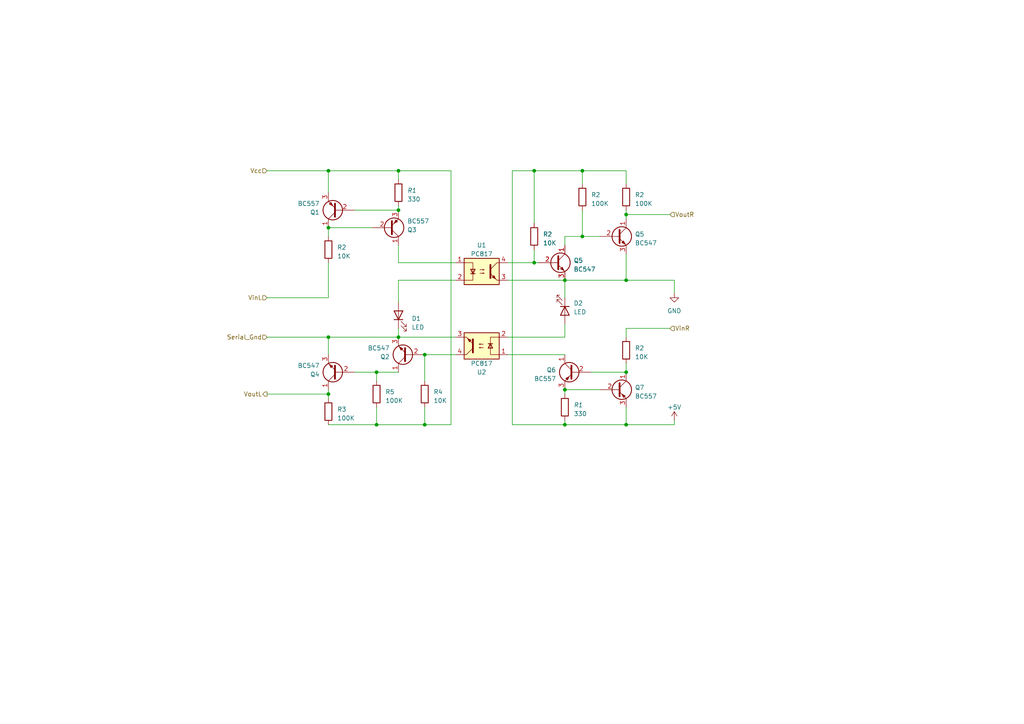
<source format=kicad_sch>
(kicad_sch (version 20230121) (generator eeschema)
  (paper "A4")
  (title_block (title "Serial Communication Optoisolation") (date "2023-05-23") (rev "1"))
  (lib_symbols
    (symbol "Device:LED" (pin_numbers hide) (pin_names (offset 1.016) hide)
      (property "Reference" "D" (at 0 2.54 0))
      (property "Value" "LED" (at 0 -2.54 0))
      (symbol "LED_0_1"
        (polyline (pts (xy -1.27 -1.27) (xy -1.27 1.27)) (stroke (width 0.254)))
        (polyline (pts (xy -1.27 0) (xy 1.27 0)))
        (polyline (pts (xy 1.27 -1.27) (xy 1.27 1.27) (xy -1.27 0) (xy 1.27 -1.27)) (stroke (width 0.254)))
        (polyline (pts (xy -3.048 -0.762) (xy -4.572 -2.286) (xy -3.81 -2.286) (xy -4.572 -2.286) (xy -4.572 -1.524)))
        (polyline (pts (xy -1.778 -0.762) (xy -3.302 -2.286) (xy -2.54 -2.286) (xy -3.302 -2.286) (xy -3.302 -1.524)))
      )
      (symbol "LED_1_1"
        (pin passive line (at -3.81 0 0) (length 2.54) (name "K") (number "1"))
        (pin passive line (at 3.81 0 180) (length 2.54) (name "A") (number "2"))
      )
    )
    (symbol "Device:R" (pin_numbers hide) (pin_names (offset 0))
      (property "Reference" "R" (at 2.032 0 90))
      (property "Value" "R" (at 0 0 90))
      (symbol "R_0_1"
        (rectangle (start -1.016 -2.54) (end 1.016 2.54) (stroke (width 0.254)))
      )
      (symbol "R_1_1"
        (pin passive line (at 0 3.81 270) (length 1.27) (name "~") (number "1"))
        (pin passive line (at 0 -3.81 90) (length 1.27) (name "~") (number "2"))
      )
    )
    (symbol "Isolator:PC817" (pin_names (offset 1.016))
      (property "Reference" "U" (at -5.08 5.08 0))
      (property "Value" "PC817" (at 0 5.08 0))
      (symbol "PC817_0_1"
        (rectangle (start -5.08 3.81) (end 5.08 -3.81) (stroke (width 0.254)) (fill (type background)))
        (polyline (pts (xy -3.175 -0.635) (xy -1.905 -0.635)) (stroke (width 0.254)))
        (polyline (pts (xy 2.54 0.635) (xy 4.445 2.54)))
        (polyline (pts (xy 4.445 -2.54) (xy 2.54 -0.635)) (fill (type outline)))
        (polyline (pts (xy 4.445 -2.54) (xy 5.08 -2.54)))
        (polyline (pts (xy 4.445 2.54) (xy 5.08 2.54)))
        (polyline (pts (xy -5.08 2.54) (xy -2.54 2.54) (xy -2.54 -0.635)))
        (polyline (pts (xy -2.54 -0.635) (xy -2.54 -2.54) (xy -5.08 -2.54)))
        (polyline (pts (xy 2.54 1.905) (xy 2.54 -1.905) (xy 2.54 -1.905)) (stroke (width 0.508)))
        (polyline (pts (xy -2.54 -0.635) (xy -3.175 0.635) (xy -1.905 0.635) (xy -2.54 -0.635)) (stroke (width 0.254)))
        (polyline (pts (xy -0.508 -0.508) (xy 0.762 -0.508) (xy 0.381 -0.635) (xy 0.381 -0.381) (xy 0.762 -0.508)))
        (polyline (pts (xy -0.508 0.508) (xy 0.762 0.508) (xy 0.381 0.381) (xy 0.381 0.635) (xy 0.762 0.508)))
        (polyline (pts (xy 3.048 -1.651) (xy 3.556 -1.143) (xy 4.064 -2.159) (xy 3.048 -1.651) (xy 3.048 -1.651)) (fill (type outline)))
      )
      (symbol "PC817_1_1"
        (pin passive line (at -7.62 2.54 0) (length 2.54) (name "~") (number "1"))
        (pin passive line (at -7.62 -2.54 0) (length 2.54) (name "~") (number "2"))
        (pin passive line (at 7.62 -2.54 180) (length 2.54) (name "~") (number "3"))
        (pin passive line (at 7.62 2.54 180) (length 2.54) (name "~") (number "4"))
      )
    )
    (symbol "Transistor_BJT:BC547" (pin_names (offset 0) hide)
      (property "Reference" "Q" (at 5.08 1.905 0))
      (property "Value" "BC547" (at 5.08 0 0))
      (symbol "BC547_0_1"
        (polyline (pts (xy 0 0) (xy 0.635 0)))
        (polyline (pts (xy 0.635 0.635) (xy 2.54 2.54)))
        (polyline (pts (xy 0.635 -0.635) (xy 2.54 -2.54) (xy 2.54 -2.54)))
        (polyline (pts (xy 0.635 1.905) (xy 0.635 -1.905) (xy 0.635 -1.905)) (stroke (width 0.508)))
        (polyline (pts (xy 1.27 -1.778) (xy 1.778 -1.27) (xy 2.286 -2.286) (xy 1.27 -1.778) (xy 1.27 -1.778)) (fill (type outline)))
        (circle (center 1.27 0) (radius 2.8194) (stroke (width 0.254)))
      )
      (symbol "BC547_1_1"
        (pin passive line (at 2.54 5.08 270) (length 2.54) (name "C") (number "1"))
        (pin input line (at -5.08 0 0) (length 5.08) (name "B") (number "2"))
        (pin passive line (at 2.54 -5.08 90) (length 2.54) (name "E") (number "3"))
      )
    )
    (symbol "Transistor_BJT:BC557" (pin_names (offset 0) hide)
      (property "Reference" "Q" (at 5.08 1.905 0))
      (property "Value" "BC557" (at 5.08 0 0))
      (symbol "BC557_0_1"
        (polyline (pts (xy 0.635 0.635) (xy 2.54 2.54)))
        (polyline (pts (xy 0.635 -0.635) (xy 2.54 -2.54) (xy 2.54 -2.54)))
        (polyline (pts (xy 0.635 1.905) (xy 0.635 -1.905) (xy 0.635 -1.905)) (stroke (width 0.508)))
        (polyline (pts (xy 2.286 -1.778) (xy 1.778 -2.286) (xy 1.27 -1.27) (xy 2.286 -1.778) (xy 2.286 -1.778)) (fill (type outline)))
        (circle (center 1.27 0) (radius 2.8194) (stroke (width 0.254)))
      )
      (symbol "BC557_1_1"
        (pin passive line (at 2.54 5.08 270) (length 2.54) (name "C") (number "1"))
        (pin input line (at -5.08 0 0) (length 5.715) (name "B") (number "2"))
        (pin passive line (at 2.54 -5.08 90) (length 2.54) (name "E") (number "3"))
      )
    )
    (symbol "power:+5V" (power) (pin_names (offset 0))
      (property "Value" "+5V" (at 0 3.556 0))
      (symbol "+5V_0_1"
        (polyline (pts (xy -0.762 1.27) (xy 0 2.54)))
        (polyline (pts (xy 0 0) (xy 0 2.54)))
        (polyline (pts (xy 0 2.54) (xy 0.762 1.27)))
      )
      (symbol "+5V_1_1"
        (pin power_in line (at 0 0 90) (length 0) hide (name "+5V") (number "1"))
      )
    )
    (symbol "power:GND" (power) (pin_names (offset 0))
      (property "Value" "GND" (at 0 -3.81 0))
      (symbol "GND_0_1"
        (polyline (pts (xy 0 0) (xy 0 -1.27) (xy 1.27 -1.27) (xy 0 -2.54) (xy -1.27 -1.27) (xy 0 -1.27)))
      )
      (symbol "GND_1_1"
        (pin power_in line (at 0 0 270) (length 0) hide (name "GND") (number "1"))
      )
    )
  )
  (junction (at 181.61 81.28))
  (junction (at 115.57 60.96))
  (junction (at 181.61 123.19))
  (junction (at 109.22 107.95))
  (junction (at 154.94 49.53))
  (junction (at 168.91 68.58))
  (junction (at 181.61 107.95))
  (junction (at 95.25 49.53))
  (junction (at 123.19 123.19))
  (junction (at 109.22 123.19))
  (junction (at 115.57 97.79))
  (junction (at 168.91 49.53))
  (junction (at 95.25 97.79))
  (junction (at 163.83 123.19))
  (junction (at 154.94 76.2))
  (junction (at 95.25 66.04))
  (junction (at 181.61 62.23))
  (junction (at 163.83 81.28))
  (junction (at 115.57 49.53))
  (junction (at 95.25 114.3))
  (junction (at 123.19 102.87))
  (junction (at 163.83 113.03))
  (wire (pts (xy 95.25 123.19) (xy 109.22 123.19)))
  (wire (pts (xy 102.87 60.96) (xy 115.57 60.96)))
  (wire (pts (xy 168.91 68.58) (xy 173.99 68.58)))
  (wire (pts (xy 181.61 105.41) (xy 181.61 107.95)))
  (wire (pts (xy 147.32 102.87) (xy 163.83 102.87)))
  (wire (pts (xy 77.47 114.3) (xy 95.25 114.3)))
  (wire (pts (xy 115.57 76.2) (xy 115.57 71.12)))
  (wire (pts (xy 109.22 118.11) (xy 109.22 123.19)))
  (wire (pts (xy 77.47 86.36) (xy 95.25 86.36)))
  (wire (pts (xy 181.61 62.23) (xy 181.61 63.5)))
  (wire (pts (xy 123.19 123.19) (xy 130.81 123.19)))
  (wire (pts (xy 95.25 97.79) (xy 115.57 97.79)))
  (wire (pts (xy 148.59 49.53) (xy 154.94 49.53)))
  (wire (pts (xy 95.25 115.57) (xy 95.25 114.3)))
  (wire (pts (xy 181.61 60.96) (xy 181.61 62.23)))
  (wire (pts (xy 181.61 81.28) (xy 163.83 81.28)))
  (wire (pts (xy 168.91 60.96) (xy 168.91 68.58)))
  (wire (pts (xy 123.19 118.11) (xy 123.19 123.19)))
  (wire (pts (xy 163.83 97.79) (xy 163.83 93.98)))
  (wire (pts (xy 154.94 72.39) (xy 154.94 76.2)))
  (wire (pts (xy 181.61 53.34) (xy 181.61 49.53)))
  (wire (pts (xy 154.94 49.53) (xy 168.91 49.53)))
  (wire (pts (xy 163.83 81.28) (xy 163.83 86.36)))
  (wire (pts (xy 181.61 49.53) (xy 168.91 49.53)))
  (wire (pts (xy 95.25 49.53) (xy 95.25 55.88)))
  (wire (pts (xy 195.58 123.19) (xy 195.58 121.92)))
  (wire (pts (xy 194.31 95.25) (xy 181.61 95.25)))
  (wire (pts (xy 154.94 76.2) (xy 156.21 76.2)))
  (wire (pts (xy 123.19 110.49) (xy 123.19 102.87)))
  (wire (pts (xy 163.83 121.92) (xy 163.83 123.19)))
  (wire (pts (xy 130.81 123.19) (xy 130.81 49.53)))
  (wire (pts (xy 77.47 97.79) (xy 95.25 97.79)))
  (wire (pts (xy 115.57 81.28) (xy 132.08 81.28)))
  (wire (pts (xy 115.57 76.2) (xy 132.08 76.2)))
  (wire (pts (xy 130.81 49.53) (xy 115.57 49.53)))
  (wire (pts (xy 195.58 123.19) (xy 181.61 123.19)))
  (wire (pts (xy 181.61 62.23) (xy 194.31 62.23)))
  (wire (pts (xy 109.22 107.95) (xy 115.57 107.95)))
  (wire (pts (xy 163.83 114.3) (xy 163.83 113.03)))
  (wire (pts (xy 95.25 114.3) (xy 95.25 113.03)))
  (wire (pts (xy 102.87 107.95) (xy 109.22 107.95)))
  (wire (pts (xy 115.57 49.53) (xy 115.57 52.07)))
  (wire (pts (xy 109.22 110.49) (xy 109.22 107.95)))
  (wire (pts (xy 123.19 102.87) (xy 132.08 102.87)))
  (wire (pts (xy 195.58 81.28) (xy 181.61 81.28)))
  (wire (pts (xy 109.22 123.19) (xy 123.19 123.19)))
  (wire (pts (xy 115.57 87.63) (xy 115.57 81.28)))
  (wire (pts (xy 147.32 97.79) (xy 163.83 97.79)))
  (wire (pts (xy 115.57 95.25) (xy 115.57 97.79)))
  (wire (pts (xy 115.57 59.69) (xy 115.57 60.96)))
  (wire (pts (xy 77.47 49.53) (xy 95.25 49.53)))
  (wire (pts (xy 132.08 97.79) (xy 115.57 97.79)))
  (wire (pts (xy 148.59 123.19) (xy 148.59 49.53)))
  (wire (pts (xy 163.83 113.03) (xy 173.99 113.03)))
  (wire (pts (xy 163.83 71.12) (xy 163.83 68.58)))
  (wire (pts (xy 163.83 68.58) (xy 168.91 68.58)))
  (wire (pts (xy 148.59 123.19) (xy 163.83 123.19)))
  (wire (pts (xy 147.32 81.28) (xy 163.83 81.28)))
  (wire (pts (xy 181.61 95.25) (xy 181.61 97.79)))
  (wire (pts (xy 95.25 66.04) (xy 107.95 66.04)))
  (wire (pts (xy 181.61 123.19) (xy 163.83 123.19)))
  (wire (pts (xy 95.25 66.04) (xy 95.25 68.58)))
  (wire (pts (xy 95.25 76.2) (xy 95.25 86.36)))
  (wire (pts (xy 181.61 118.11) (xy 181.61 123.19)))
  (wire (pts (xy 168.91 49.53) (xy 168.91 53.34)))
  (wire (pts (xy 181.61 73.66) (xy 181.61 81.28)))
  (wire (pts (xy 195.58 81.28) (xy 195.58 85.09)))
  (wire (pts (xy 154.94 64.77) (xy 154.94 49.53)))
  (wire (pts (xy 95.25 102.87) (xy 95.25 97.79)))
  (wire (pts (xy 95.25 49.53) (xy 115.57 49.53)))
  (wire (pts (xy 147.32 76.2) (xy 154.94 76.2)))
  (wire (pts (xy 171.45 107.95) (xy 181.61 107.95)))
  (hierarchical_label "VinR" (shape input) (at 194.31 95.25 0))
  (hierarchical_label "VoutR" (shape input) (at 194.31 62.23 0))
  (hierarchical_label "Vcc" (shape input) (at 77.47 49.53 180))
  (hierarchical_label "Serial_Gnd" (shape input) (at 77.47 97.79 180))
  (hierarchical_label "VoutL" (shape output) (at 77.47 114.3 180))
  (hierarchical_label "VinL" (shape input) (at 77.47 86.36 180))
  (symbol (lib_id "Isolator:PC817") (at 139.7 100.33 180) (unit 1)
    (property "Reference" "U2" (at 139.7 107.95 0))
    (property "Value" "PC817" (at 139.7 105.41 0))
    (property "Footprint" "Package_DIP:DIP-4_W7.62mm" (effects hide))
    (property "Datasheet" "http://www.soselectronic.cz/a_info/resource/d/pc817.pdf" (effects hide))
  )
  (symbol (lib_id "Device:R") (at 181.61 57.15 0) (unit 1)
    (property "Reference" "R2" (at 184.15 56.515 0) (effects (justify left)))
    (property "Value" "100K" (at 184.15 59.055 0) (effects (justify left)))
    (property "Footprint" "Resistor_THT:R_Axial_DIN0207_L6.3mm_D2.5mm_P10.16mm_Horizontal" (effects hide))
    (instances (project "Precision-Lapping-Machine" (path "" (reference "R2") (unit 1)) (path "" (reference "R10") (unit 1))))
  )
  (symbol (lib_id "Device:R") (at 109.22 114.3 0) (unit 1) (in_bom no)
    (property "Reference" "R5" (at 111.76 113.665 0) (effects (justify left)))
    (property "Value" "100K" (at 111.76 116.205 0) (effects (justify left)))
    (property "Footprint" "Resistor_THT:R_Axial_DIN0207_L6.3mm_D2.5mm_P10.16mm_Horizontal" (effects hide))
    (instances (project "Precision-Lapping-Machine" (path "" (reference "R5") (unit 1)) (path "" (reference "R7") (unit 1))))
  )
  (symbol (lib_id "Device:R") (at 95.25 72.39 0) (unit 1)
    (property "Reference" "R2" (at 97.79 71.755 0) (effects (justify left)))
    (property "Value" "10K" (at 97.79 74.295 0) (effects (justify left)))
    (property "Footprint" "Resistor_THT:R_Axial_DIN0207_L6.3mm_D2.5mm_P10.16mm_Horizontal" (effects hide))
    (instances (project "Precision-Lapping-Machine" (path "" (reference "R2") (unit 1)) (path "" (reference "R4") (unit 1))))
  )
  (symbol (lib_id "Device:R") (at 115.57 55.88 0) (unit 1)
    (property "Reference" "R1" (at 118.11 55.245 0) (effects (font italic) (justify left)))
    (property "Value" "330" (at 118.11 57.785 0) (effects (justify left)))
    (property "Footprint" "Resistor_THT:R_Axial_DIN0207_L6.3mm_D2.5mm_P10.16mm_Horizontal" (effects hide))
    (instances (project "Precision-Lapping-Machine" (path "" (reference "R1") (unit 1)) (path "" (reference "R5") (unit 1))))
  )
  (symbol (lib_id "Device:R") (at 168.91 57.15 0) (unit 1)
    (property "Reference" "R2" (at 171.45 56.515 0) (effects (justify left)))
    (property "Value" "100K" (at 171.45 59.055 0) (effects (justify left)))
    (property "Footprint" "Resistor_THT:R_Axial_DIN0207_L6.3mm_D2.5mm_P10.16mm_Horizontal" (effects hide))
    (instances (project "Precision-Lapping-Machine" (path "" (reference "R2") (unit 1)) (path "" (reference "R11") (unit 1))))
  )
  (symbol (lib_id "Transistor_BJT:BC557") (at 97.79 60.96 180) (unit 1)
    (property "Reference" "Q1" (at 92.71 61.595 0) (effects (justify left)))
    (property "Value" "BC557" (at 92.71 59.055 0) (effects (justify left)))
    (property "Footprint" "Package_TO_SOT_THT:TO-92_Inline" (effects hide))
    (property "Datasheet" "https://www.onsemi.com/pub/Collateral/BC556BTA-D.pdf" (effects hide))
    (instances (project "Precision-Lapping-Machine" (path "" (reference "Q1") (unit 1)) (path "" (reference "Q5") (unit 1))))
  )
  (symbol (lib_id "Device:R") (at 123.19 114.3 0) (unit 1)
    (property "Reference" "R4" (at 125.73 113.665 0) (effects (justify left)))
    (property "Value" "10K" (at 125.73 116.205 0) (effects (justify left)))
    (property "Footprint" "Resistor_THT:R_Axial_DIN0207_L6.3mm_D2.5mm_P10.16mm_Horizontal" (effects hide))
    (instances (project "Precision-Lapping-Machine" (path "" (reference "R4") (unit 1)) (path "" (reference "R8") (unit 1))))
  )
  (symbol (lib_id "Transistor_BJT:BC547") (at 179.07 68.58 0) (unit 1)
    (property "Reference" "Q5" (at 184.15 67.945 0) (effects (justify left)))
    (property "Value" "BC547" (at 184.15 70.485 0) (effects (justify left)))
    (property "Footprint" "Package_TO_SOT_THT:TO-92_Inline" (effects hide))
    (property "Datasheet" "https://www.onsemi.com/pub/Collateral/BC550-D.pdf" (effects hide))
    (instances (project "Precision-Lapping-Machine" (path "" (reference "Q5") (unit 1)) (path "" (reference "Q10") (unit 1))))
  )
  (symbol (lib_id "Isolator:PC817") (at 139.7 78.74 0) (unit 1)
    (property "Reference" "U1" (at 139.7 71.12 0))
    (property "Value" "PC817" (at 139.7 73.66 0))
    (property "Footprint" "Package_DIP:DIP-4_W7.62mm" (effects hide))
    (property "Datasheet" "http://www.soselectronic.cz/a_info/resource/d/pc817.pdf" (effects hide))
  )
  (symbol (lib_id "Device:R") (at 154.94 68.58 0) (unit 1)
    (property "Reference" "R2" (at 157.48 67.945 0) (effects (justify left)))
    (property "Value" "10K" (at 157.48 70.485 0) (effects (justify left)))
    (property "Footprint" "Resistor_THT:R_Axial_DIN0207_L6.3mm_D2.5mm_P10.16mm_Horizontal" (effects hide))
    (instances (project "Precision-Lapping-Machine" (path "" (reference "R2") (unit 1)) (path "" (reference "R9") (unit 1))))
  )
  (symbol (lib_id "power:+5V") (at 195.58 121.92 0) (unit 1)
    (property "Reference" "#PWR08" (effects hide))
    (property "Value" "+5V" (at 195.58 118.11 0))
  )
  (symbol (lib_id "Transistor_BJT:BC557") (at 166.37 107.95 0) (mirror y) (unit 1)
    (property "Reference" "Q6" (at 161.29 107.315 0) (effects (justify left)))
    (property "Value" "BC557" (at 161.29 109.855 0) (effects (justify left)))
    (property "Footprint" "Package_TO_SOT_THT:TO-92_Inline" (effects hide))
    (property "Datasheet" "https://www.onsemi.com/pub/Collateral/BC556BTA-D.pdf" (effects hide))
    (instances (project "Precision-Lapping-Machine" (path "" (reference "Q6") (unit 1)) (path "" (reference "Q11") (unit 1))))
  )
  (symbol (lib_id "Device:R") (at 181.61 101.6 0) (unit 1)
    (property "Reference" "R2" (at 184.15 100.965 0) (effects (justify left)))
    (property "Value" "10K" (at 184.15 103.505 0) (effects (justify left)))
    (property "Footprint" "Resistor_THT:R_Axial_DIN0207_L6.3mm_D2.5mm_P10.16mm_Horizontal" (effects hide))
    (instances (project "Precision-Lapping-Machine" (path "" (reference "R2") (unit 1)) (path "" (reference "R13") (unit 1))))
  )
  (symbol (lib_id "Transistor_BJT:BC547") (at 97.79 107.95 180) (unit 1)
    (property "Reference" "Q4" (at 92.71 108.585 0) (effects (justify left)))
    (property "Value" "BC547" (at 92.71 106.045 0) (effects (justify left)))
    (property "Footprint" "Package_TO_SOT_THT:TO-92_Inline" (effects hide))
    (property "Datasheet" "https://www.onsemi.com/pub/Collateral/BC550-D.pdf" (effects hide))
    (instances (project "Precision-Lapping-Machine" (path "" (reference "Q4") (unit 1)) (path "" (reference "Q7") (unit 1))))
  )
  (symbol (lib_id "Device:R") (at 163.83 118.11 0) (unit 1)
    (property "Reference" "R1" (at 166.37 117.475 0) (effects (font italic) (justify left)))
    (property "Value" "330" (at 166.37 120.015 0) (effects (justify left)))
    (property "Footprint" "Resistor_THT:R_Axial_DIN0207_L6.3mm_D2.5mm_P10.16mm_Horizontal" (effects hide))
    (instances (project "Precision-Lapping-Machine" (path "" (reference "R1") (unit 1)) (path "" (reference "R12") (unit 1))))
  )
  (symbol (lib_id "power:GND") (at 195.58 85.09 0) (unit 1)
    (property "Reference" "#PWR09" (effects hide))
    (property "Value" "GND" (at 195.58 90.17 0))
  )
  (symbol (lib_id "Transistor_BJT:BC547") (at 118.11 102.87 180) (unit 1)
    (property "Reference" "Q2" (at 113.03 103.505 0) (effects (justify left)))
    (property "Value" "BC547" (at 113.03 100.965 0) (effects (justify left)))
    (property "Footprint" "Package_TO_SOT_THT:TO-92_Inline" (effects hide))
    (property "Datasheet" "https://www.onsemi.com/pub/Collateral/BC550-D.pdf" (effects hide))
    (instances (project "Precision-Lapping-Machine" (path "" (reference "Q2") (unit 1)) (path "" (reference "Q8") (unit 1))))
  )
  (symbol (lib_id "Transistor_BJT:BC547") (at 161.29 76.2 0) (unit 1)
    (property "Reference" "Q5" (at 166.37 75.565 0) (effects (justify left)))
    (property "Value" "BC547" (at 166.37 78.105 0) (effects (justify left)))
    (property "Footprint" "Package_TO_SOT_THT:TO-92_Inline" (effects hide))
    (property "Datasheet" "https://www.onsemi.com/pub/Collateral/BC550-D.pdf" (effects hide))
    (instances (project "Precision-Lapping-Machine" (path "" (reference "Q5") (unit 1)) (path "" (reference "Q9") (unit 1))))
  )
  (symbol (lib_id "Transistor_BJT:BC557") (at 179.07 113.03 0) (unit 1)
    (property "Reference" "Q7" (at 184.15 112.395 0) (effects (justify left)))
    (property "Value" "BC557" (at 184.15 114.935 0) (effects (justify left)))
    (property "Footprint" "Package_TO_SOT_THT:TO-92_Inline" (effects hide))
    (property "Datasheet" "https://www.onsemi.com/pub/Collateral/BC556BTA-D.pdf" (effects hide))
    (instances (project "Precision-Lapping-Machine" (path "" (reference "Q7") (unit 1)) (path "" (reference "Q12") (unit 1))))
  )
  (symbol (lib_id "Device:LED") (at 163.83 90.17 270) (unit 1)
    (property "Reference" "D2" (at 166.37 87.9475 90) (effects (justify left)))
    (property "Value" "LED" (at 166.37 90.4875 90) (effects (justify left)))
    (property "Footprint" "LED_THT:LED_D3.0mm" (effects hide))
    (instances (project "Precision-Lapping-Machine" (path "" (reference "D2") (unit 1)) (path "" (reference "D12") (unit 1))))
  )
  (symbol (lib_id "Device:R") (at 95.25 119.38 0) (unit 1)
    (property "Reference" "R3" (at 97.79 118.745 0) (effects (justify left)))
    (property "Value" "100K" (at 97.79 121.285 0) (effects (justify left)))
    (property "Footprint" "Resistor_THT:R_Axial_DIN0207_L6.3mm_D2.5mm_P10.16mm_Horizontal" (effects hide))
    (instances (project "Precision-Lapping-Machine" (path "" (reference "R3") (unit 1)) (path "" (reference "R6") (unit 1))))
  )
  (symbol (lib_id "Device:LED") (at 115.57 91.44 90) (unit 1)
    (property "Reference" "D1" (at 119.38 92.3925 90) (effects (justify right)))
    (property "Value" "LED" (at 119.38 94.9325 90) (effects (justify right)))
    (property "Footprint" "LED_THT:LED_D3.0mm" (effects hide))
    (instances (project "Precision-Lapping-Machine" (path "" (reference "D1") (unit 1)) (path "" (reference "D11") (unit 1))))
  )
  (symbol (lib_id "Transistor_BJT:BC557") (at 113.03 66.04 0) (mirror x) (unit 1)
    (property "Reference" "Q3" (at 118.11 66.675 0) (effects (justify left)))
    (property "Value" "BC557" (at 118.11 64.135 0) (effects (justify left)))
    (property "Footprint" "Package_TO_SOT_THT:TO-92_Inline" (effects hide))
    (property "Datasheet" "https://www.onsemi.com/pub/Collateral/BC556BTA-D.pdf" (effects hide))
    (instances (project "Precision-Lapping-Machine" (path "" (reference "Q3") (unit 1)) (path "" (reference "Q6") (unit 1))))
  )
)
</source>
